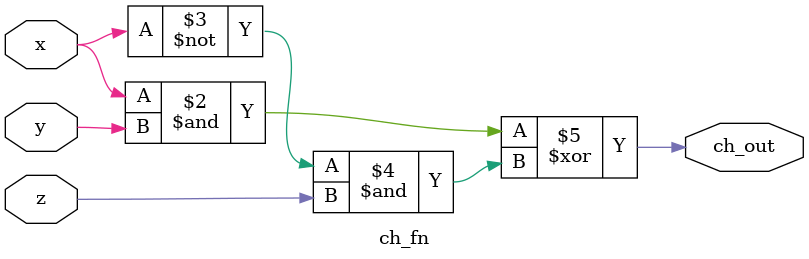
<source format=v>
module ch_fn(
	input x, y, z,
	output reg ch_out
);
	initial begin
		ch_out = (x & y) ^ (~x & z);
	end
endmodule

</source>
